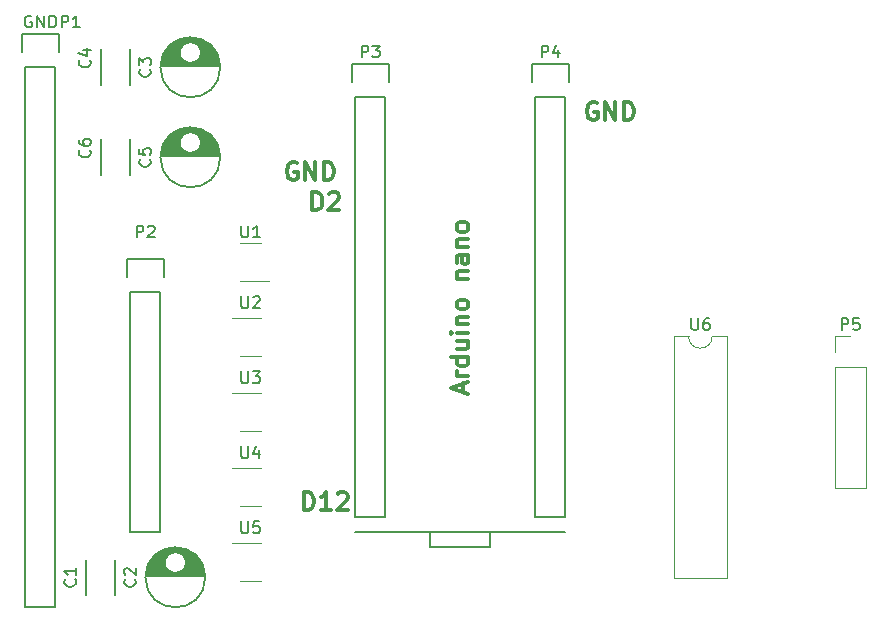
<source format=gto>
G04 #@! TF.FileFunction,Legend,Top*
%FSLAX46Y46*%
G04 Gerber Fmt 4.6, Leading zero omitted, Abs format (unit mm)*
G04 Created by KiCad (PCBNEW 4.0.7-e2-6376~61~ubuntu18.04.1) date Thu Feb 13 23:54:19 2020*
%MOMM*%
%LPD*%
G01*
G04 APERTURE LIST*
%ADD10C,0.100000*%
%ADD11C,0.200000*%
%ADD12C,0.300000*%
%ADD13C,0.150000*%
%ADD14C,0.120000*%
G04 APERTURE END LIST*
D10*
D11*
X157480000Y-139700000D02*
X157480000Y-138430000D01*
X152400000Y-139700000D02*
X157480000Y-139700000D01*
X152400000Y-138430000D02*
X152400000Y-139700000D01*
X163830000Y-138430000D02*
X154940000Y-138430000D01*
X146050000Y-138430000D02*
X163830000Y-138430000D01*
D12*
X141688572Y-136568571D02*
X141688572Y-135068571D01*
X142045715Y-135068571D01*
X142260000Y-135140000D01*
X142402858Y-135282857D01*
X142474286Y-135425714D01*
X142545715Y-135711429D01*
X142545715Y-135925714D01*
X142474286Y-136211429D01*
X142402858Y-136354286D01*
X142260000Y-136497143D01*
X142045715Y-136568571D01*
X141688572Y-136568571D01*
X143974286Y-136568571D02*
X143117143Y-136568571D01*
X143545715Y-136568571D02*
X143545715Y-135068571D01*
X143402858Y-135282857D01*
X143260000Y-135425714D01*
X143117143Y-135497143D01*
X144545714Y-135211429D02*
X144617143Y-135140000D01*
X144760000Y-135068571D01*
X145117143Y-135068571D01*
X145260000Y-135140000D01*
X145331429Y-135211429D01*
X145402857Y-135354286D01*
X145402857Y-135497143D01*
X145331429Y-135711429D01*
X144474286Y-136568571D01*
X145402857Y-136568571D01*
X142402858Y-111168571D02*
X142402858Y-109668571D01*
X142760001Y-109668571D01*
X142974286Y-109740000D01*
X143117144Y-109882857D01*
X143188572Y-110025714D01*
X143260001Y-110311429D01*
X143260001Y-110525714D01*
X143188572Y-110811429D01*
X143117144Y-110954286D01*
X142974286Y-111097143D01*
X142760001Y-111168571D01*
X142402858Y-111168571D01*
X143831429Y-109811429D02*
X143902858Y-109740000D01*
X144045715Y-109668571D01*
X144402858Y-109668571D01*
X144545715Y-109740000D01*
X144617144Y-109811429D01*
X144688572Y-109954286D01*
X144688572Y-110097143D01*
X144617144Y-110311429D01*
X143760001Y-111168571D01*
X144688572Y-111168571D01*
X155190000Y-126558572D02*
X155190000Y-125844286D01*
X155618571Y-126701429D02*
X154118571Y-126201429D01*
X155618571Y-125701429D01*
X155618571Y-125201429D02*
X154618571Y-125201429D01*
X154904286Y-125201429D02*
X154761429Y-125130001D01*
X154690000Y-125058572D01*
X154618571Y-124915715D01*
X154618571Y-124772858D01*
X155618571Y-123630001D02*
X154118571Y-123630001D01*
X155547143Y-123630001D02*
X155618571Y-123772858D01*
X155618571Y-124058572D01*
X155547143Y-124201430D01*
X155475714Y-124272858D01*
X155332857Y-124344287D01*
X154904286Y-124344287D01*
X154761429Y-124272858D01*
X154690000Y-124201430D01*
X154618571Y-124058572D01*
X154618571Y-123772858D01*
X154690000Y-123630001D01*
X154618571Y-122272858D02*
X155618571Y-122272858D01*
X154618571Y-122915715D02*
X155404286Y-122915715D01*
X155547143Y-122844287D01*
X155618571Y-122701429D01*
X155618571Y-122487144D01*
X155547143Y-122344287D01*
X155475714Y-122272858D01*
X155618571Y-121558572D02*
X154618571Y-121558572D01*
X154118571Y-121558572D02*
X154190000Y-121630001D01*
X154261429Y-121558572D01*
X154190000Y-121487144D01*
X154118571Y-121558572D01*
X154261429Y-121558572D01*
X154618571Y-120844286D02*
X155618571Y-120844286D01*
X154761429Y-120844286D02*
X154690000Y-120772858D01*
X154618571Y-120630000D01*
X154618571Y-120415715D01*
X154690000Y-120272858D01*
X154832857Y-120201429D01*
X155618571Y-120201429D01*
X155618571Y-119272857D02*
X155547143Y-119415715D01*
X155475714Y-119487143D01*
X155332857Y-119558572D01*
X154904286Y-119558572D01*
X154761429Y-119487143D01*
X154690000Y-119415715D01*
X154618571Y-119272857D01*
X154618571Y-119058572D01*
X154690000Y-118915715D01*
X154761429Y-118844286D01*
X154904286Y-118772857D01*
X155332857Y-118772857D01*
X155475714Y-118844286D01*
X155547143Y-118915715D01*
X155618571Y-119058572D01*
X155618571Y-119272857D01*
X154618571Y-116987143D02*
X155618571Y-116987143D01*
X154761429Y-116987143D02*
X154690000Y-116915715D01*
X154618571Y-116772857D01*
X154618571Y-116558572D01*
X154690000Y-116415715D01*
X154832857Y-116344286D01*
X155618571Y-116344286D01*
X155618571Y-114987143D02*
X154832857Y-114987143D01*
X154690000Y-115058572D01*
X154618571Y-115201429D01*
X154618571Y-115487143D01*
X154690000Y-115630000D01*
X155547143Y-114987143D02*
X155618571Y-115130000D01*
X155618571Y-115487143D01*
X155547143Y-115630000D01*
X155404286Y-115701429D01*
X155261429Y-115701429D01*
X155118571Y-115630000D01*
X155047143Y-115487143D01*
X155047143Y-115130000D01*
X154975714Y-114987143D01*
X154618571Y-114272857D02*
X155618571Y-114272857D01*
X154761429Y-114272857D02*
X154690000Y-114201429D01*
X154618571Y-114058571D01*
X154618571Y-113844286D01*
X154690000Y-113701429D01*
X154832857Y-113630000D01*
X155618571Y-113630000D01*
X155618571Y-112701428D02*
X155547143Y-112844286D01*
X155475714Y-112915714D01*
X155332857Y-112987143D01*
X154904286Y-112987143D01*
X154761429Y-112915714D01*
X154690000Y-112844286D01*
X154618571Y-112701428D01*
X154618571Y-112487143D01*
X154690000Y-112344286D01*
X154761429Y-112272857D01*
X154904286Y-112201428D01*
X155332857Y-112201428D01*
X155475714Y-112272857D01*
X155547143Y-112344286D01*
X155618571Y-112487143D01*
X155618571Y-112701428D01*
X141097143Y-107200000D02*
X140954286Y-107128571D01*
X140740000Y-107128571D01*
X140525715Y-107200000D01*
X140382857Y-107342857D01*
X140311429Y-107485714D01*
X140240000Y-107771429D01*
X140240000Y-107985714D01*
X140311429Y-108271429D01*
X140382857Y-108414286D01*
X140525715Y-108557143D01*
X140740000Y-108628571D01*
X140882857Y-108628571D01*
X141097143Y-108557143D01*
X141168572Y-108485714D01*
X141168572Y-107985714D01*
X140882857Y-107985714D01*
X141811429Y-108628571D02*
X141811429Y-107128571D01*
X142668572Y-108628571D01*
X142668572Y-107128571D01*
X143382858Y-108628571D02*
X143382858Y-107128571D01*
X143740001Y-107128571D01*
X143954286Y-107200000D01*
X144097144Y-107342857D01*
X144168572Y-107485714D01*
X144240001Y-107771429D01*
X144240001Y-107985714D01*
X144168572Y-108271429D01*
X144097144Y-108414286D01*
X143954286Y-108557143D01*
X143740001Y-108628571D01*
X143382858Y-108628571D01*
X166497143Y-102120000D02*
X166354286Y-102048571D01*
X166140000Y-102048571D01*
X165925715Y-102120000D01*
X165782857Y-102262857D01*
X165711429Y-102405714D01*
X165640000Y-102691429D01*
X165640000Y-102905714D01*
X165711429Y-103191429D01*
X165782857Y-103334286D01*
X165925715Y-103477143D01*
X166140000Y-103548571D01*
X166282857Y-103548571D01*
X166497143Y-103477143D01*
X166568572Y-103405714D01*
X166568572Y-102905714D01*
X166282857Y-102905714D01*
X167211429Y-103548571D02*
X167211429Y-102048571D01*
X168068572Y-103548571D01*
X168068572Y-102048571D01*
X168782858Y-103548571D02*
X168782858Y-102048571D01*
X169140001Y-102048571D01*
X169354286Y-102120000D01*
X169497144Y-102262857D01*
X169568572Y-102405714D01*
X169640001Y-102691429D01*
X169640001Y-102905714D01*
X169568572Y-103191429D01*
X169497144Y-103334286D01*
X169354286Y-103477143D01*
X169140001Y-103548571D01*
X168782858Y-103548571D01*
D13*
X123210000Y-143760000D02*
X123210000Y-140760000D01*
X125710000Y-140760000D02*
X125710000Y-143760000D01*
X128311000Y-142185000D02*
X133309000Y-142185000D01*
X128319000Y-142045000D02*
X133301000Y-142045000D01*
X128335000Y-141905000D02*
X130715000Y-141905000D01*
X130905000Y-141905000D02*
X133285000Y-141905000D01*
X128359000Y-141765000D02*
X130320000Y-141765000D01*
X131300000Y-141765000D02*
X133261000Y-141765000D01*
X128392000Y-141625000D02*
X130153000Y-141625000D01*
X131467000Y-141625000D02*
X133228000Y-141625000D01*
X128433000Y-141485000D02*
X130046000Y-141485000D01*
X131574000Y-141485000D02*
X133187000Y-141485000D01*
X128483000Y-141345000D02*
X129975000Y-141345000D01*
X131645000Y-141345000D02*
X133137000Y-141345000D01*
X128544000Y-141205000D02*
X129931000Y-141205000D01*
X131689000Y-141205000D02*
X133076000Y-141205000D01*
X128614000Y-141065000D02*
X129912000Y-141065000D01*
X131708000Y-141065000D02*
X133006000Y-141065000D01*
X128696000Y-140925000D02*
X129914000Y-140925000D01*
X131706000Y-140925000D02*
X132924000Y-140925000D01*
X128791000Y-140785000D02*
X129939000Y-140785000D01*
X131681000Y-140785000D02*
X132829000Y-140785000D01*
X128902000Y-140645000D02*
X129987000Y-140645000D01*
X131633000Y-140645000D02*
X132718000Y-140645000D01*
X129030000Y-140505000D02*
X130065000Y-140505000D01*
X131555000Y-140505000D02*
X132590000Y-140505000D01*
X129179000Y-140365000D02*
X130182000Y-140365000D01*
X131438000Y-140365000D02*
X132441000Y-140365000D01*
X129358000Y-140225000D02*
X130370000Y-140225000D01*
X131250000Y-140225000D02*
X132262000Y-140225000D01*
X129577000Y-140085000D02*
X132043000Y-140085000D01*
X129866000Y-139945000D02*
X131754000Y-139945000D01*
X130338000Y-139805000D02*
X131282000Y-139805000D01*
X131710000Y-141010000D02*
G75*
G03X131710000Y-141010000I-900000J0D01*
G01*
X133347500Y-142260000D02*
G75*
G03X133347500Y-142260000I-2537500J0D01*
G01*
X129581000Y-99005000D02*
X134579000Y-99005000D01*
X129589000Y-98865000D02*
X134571000Y-98865000D01*
X129605000Y-98725000D02*
X131985000Y-98725000D01*
X132175000Y-98725000D02*
X134555000Y-98725000D01*
X129629000Y-98585000D02*
X131590000Y-98585000D01*
X132570000Y-98585000D02*
X134531000Y-98585000D01*
X129662000Y-98445000D02*
X131423000Y-98445000D01*
X132737000Y-98445000D02*
X134498000Y-98445000D01*
X129703000Y-98305000D02*
X131316000Y-98305000D01*
X132844000Y-98305000D02*
X134457000Y-98305000D01*
X129753000Y-98165000D02*
X131245000Y-98165000D01*
X132915000Y-98165000D02*
X134407000Y-98165000D01*
X129814000Y-98025000D02*
X131201000Y-98025000D01*
X132959000Y-98025000D02*
X134346000Y-98025000D01*
X129884000Y-97885000D02*
X131182000Y-97885000D01*
X132978000Y-97885000D02*
X134276000Y-97885000D01*
X129966000Y-97745000D02*
X131184000Y-97745000D01*
X132976000Y-97745000D02*
X134194000Y-97745000D01*
X130061000Y-97605000D02*
X131209000Y-97605000D01*
X132951000Y-97605000D02*
X134099000Y-97605000D01*
X130172000Y-97465000D02*
X131257000Y-97465000D01*
X132903000Y-97465000D02*
X133988000Y-97465000D01*
X130300000Y-97325000D02*
X131335000Y-97325000D01*
X132825000Y-97325000D02*
X133860000Y-97325000D01*
X130449000Y-97185000D02*
X131452000Y-97185000D01*
X132708000Y-97185000D02*
X133711000Y-97185000D01*
X130628000Y-97045000D02*
X131640000Y-97045000D01*
X132520000Y-97045000D02*
X133532000Y-97045000D01*
X130847000Y-96905000D02*
X133313000Y-96905000D01*
X131136000Y-96765000D02*
X133024000Y-96765000D01*
X131608000Y-96625000D02*
X132552000Y-96625000D01*
X132980000Y-97830000D02*
G75*
G03X132980000Y-97830000I-900000J0D01*
G01*
X134617500Y-99080000D02*
G75*
G03X134617500Y-99080000I-2537500J0D01*
G01*
X126980000Y-97540000D02*
X126980000Y-100540000D01*
X124480000Y-100540000D02*
X124480000Y-97540000D01*
X129581000Y-106625000D02*
X134579000Y-106625000D01*
X129589000Y-106485000D02*
X134571000Y-106485000D01*
X129605000Y-106345000D02*
X131985000Y-106345000D01*
X132175000Y-106345000D02*
X134555000Y-106345000D01*
X129629000Y-106205000D02*
X131590000Y-106205000D01*
X132570000Y-106205000D02*
X134531000Y-106205000D01*
X129662000Y-106065000D02*
X131423000Y-106065000D01*
X132737000Y-106065000D02*
X134498000Y-106065000D01*
X129703000Y-105925000D02*
X131316000Y-105925000D01*
X132844000Y-105925000D02*
X134457000Y-105925000D01*
X129753000Y-105785000D02*
X131245000Y-105785000D01*
X132915000Y-105785000D02*
X134407000Y-105785000D01*
X129814000Y-105645000D02*
X131201000Y-105645000D01*
X132959000Y-105645000D02*
X134346000Y-105645000D01*
X129884000Y-105505000D02*
X131182000Y-105505000D01*
X132978000Y-105505000D02*
X134276000Y-105505000D01*
X129966000Y-105365000D02*
X131184000Y-105365000D01*
X132976000Y-105365000D02*
X134194000Y-105365000D01*
X130061000Y-105225000D02*
X131209000Y-105225000D01*
X132951000Y-105225000D02*
X134099000Y-105225000D01*
X130172000Y-105085000D02*
X131257000Y-105085000D01*
X132903000Y-105085000D02*
X133988000Y-105085000D01*
X130300000Y-104945000D02*
X131335000Y-104945000D01*
X132825000Y-104945000D02*
X133860000Y-104945000D01*
X130449000Y-104805000D02*
X131452000Y-104805000D01*
X132708000Y-104805000D02*
X133711000Y-104805000D01*
X130628000Y-104665000D02*
X131640000Y-104665000D01*
X132520000Y-104665000D02*
X133532000Y-104665000D01*
X130847000Y-104525000D02*
X133313000Y-104525000D01*
X131136000Y-104385000D02*
X133024000Y-104385000D01*
X131608000Y-104245000D02*
X132552000Y-104245000D01*
X132980000Y-105450000D02*
G75*
G03X132980000Y-105450000I-900000J0D01*
G01*
X134617500Y-106700000D02*
G75*
G03X134617500Y-106700000I-2537500J0D01*
G01*
X126980000Y-105160000D02*
X126980000Y-108160000D01*
X124480000Y-108160000D02*
X124480000Y-105160000D01*
X118110000Y-99060000D02*
X118110000Y-144780000D01*
X118110000Y-144780000D02*
X120650000Y-144780000D01*
X120650000Y-144780000D02*
X120650000Y-99060000D01*
X117830000Y-96240000D02*
X117830000Y-97790000D01*
X118110000Y-99060000D02*
X120650000Y-99060000D01*
X120930000Y-97790000D02*
X120930000Y-96240000D01*
X120930000Y-96240000D02*
X117830000Y-96240000D01*
X127000000Y-118110000D02*
X127000000Y-138430000D01*
X127000000Y-138430000D02*
X129540000Y-138430000D01*
X129540000Y-138430000D02*
X129540000Y-118110000D01*
X126720000Y-115290000D02*
X126720000Y-116840000D01*
X127000000Y-118110000D02*
X129540000Y-118110000D01*
X129820000Y-116840000D02*
X129820000Y-115290000D01*
X129820000Y-115290000D02*
X126720000Y-115290000D01*
X146050000Y-101600000D02*
X146050000Y-137160000D01*
X146050000Y-137160000D02*
X148590000Y-137160000D01*
X148590000Y-137160000D02*
X148590000Y-101600000D01*
X148870000Y-98780000D02*
X148870000Y-100330000D01*
X148590000Y-101600000D02*
X146050000Y-101600000D01*
X145770000Y-100330000D02*
X145770000Y-98780000D01*
X145770000Y-98780000D02*
X148870000Y-98780000D01*
X161290000Y-101600000D02*
X161290000Y-137160000D01*
X161290000Y-137160000D02*
X163830000Y-137160000D01*
X163830000Y-137160000D02*
X163830000Y-101600000D01*
X164110000Y-98780000D02*
X164110000Y-100330000D01*
X163830000Y-101600000D02*
X161290000Y-101600000D01*
X161010000Y-100330000D02*
X161010000Y-98780000D01*
X161010000Y-98780000D02*
X164110000Y-98780000D01*
D14*
X138060000Y-113960000D02*
X136260000Y-113960000D01*
X136260000Y-117180000D02*
X138710000Y-117180000D01*
X136260000Y-123530000D02*
X138060000Y-123530000D01*
X138060000Y-120310000D02*
X135610000Y-120310000D01*
X136260000Y-129880000D02*
X138060000Y-129880000D01*
X138060000Y-126660000D02*
X135610000Y-126660000D01*
X136260000Y-136230000D02*
X138060000Y-136230000D01*
X138060000Y-133010000D02*
X135610000Y-133010000D01*
X136260000Y-142580000D02*
X138060000Y-142580000D01*
X138060000Y-139360000D02*
X135610000Y-139360000D01*
X176260000Y-121860000D02*
G75*
G02X174260000Y-121860000I-1000000J0D01*
G01*
X174260000Y-121860000D02*
X173010000Y-121860000D01*
X173010000Y-121860000D02*
X173010000Y-142300000D01*
X173010000Y-142300000D02*
X177510000Y-142300000D01*
X177510000Y-142300000D02*
X177510000Y-121860000D01*
X177510000Y-121860000D02*
X176260000Y-121860000D01*
X186630000Y-124460000D02*
X186630000Y-134680000D01*
X186630000Y-134680000D02*
X189290000Y-134680000D01*
X189290000Y-134680000D02*
X189290000Y-124460000D01*
X189290000Y-124460000D02*
X186630000Y-124460000D01*
X186630000Y-123190000D02*
X186630000Y-121860000D01*
X186630000Y-121860000D02*
X187960000Y-121860000D01*
D13*
X122317143Y-142426666D02*
X122364762Y-142474285D01*
X122412381Y-142617142D01*
X122412381Y-142712380D01*
X122364762Y-142855238D01*
X122269524Y-142950476D01*
X122174286Y-142998095D01*
X121983810Y-143045714D01*
X121840952Y-143045714D01*
X121650476Y-142998095D01*
X121555238Y-142950476D01*
X121460000Y-142855238D01*
X121412381Y-142712380D01*
X121412381Y-142617142D01*
X121460000Y-142474285D01*
X121507619Y-142426666D01*
X122412381Y-141474285D02*
X122412381Y-142045714D01*
X122412381Y-141760000D02*
X121412381Y-141760000D01*
X121555238Y-141855238D01*
X121650476Y-141950476D01*
X121698095Y-142045714D01*
X127367143Y-142426666D02*
X127414762Y-142474285D01*
X127462381Y-142617142D01*
X127462381Y-142712380D01*
X127414762Y-142855238D01*
X127319524Y-142950476D01*
X127224286Y-142998095D01*
X127033810Y-143045714D01*
X126890952Y-143045714D01*
X126700476Y-142998095D01*
X126605238Y-142950476D01*
X126510000Y-142855238D01*
X126462381Y-142712380D01*
X126462381Y-142617142D01*
X126510000Y-142474285D01*
X126557619Y-142426666D01*
X126557619Y-142045714D02*
X126510000Y-141998095D01*
X126462381Y-141902857D01*
X126462381Y-141664761D01*
X126510000Y-141569523D01*
X126557619Y-141521904D01*
X126652857Y-141474285D01*
X126748095Y-141474285D01*
X126890952Y-141521904D01*
X127462381Y-142093333D01*
X127462381Y-141474285D01*
X128637143Y-99246666D02*
X128684762Y-99294285D01*
X128732381Y-99437142D01*
X128732381Y-99532380D01*
X128684762Y-99675238D01*
X128589524Y-99770476D01*
X128494286Y-99818095D01*
X128303810Y-99865714D01*
X128160952Y-99865714D01*
X127970476Y-99818095D01*
X127875238Y-99770476D01*
X127780000Y-99675238D01*
X127732381Y-99532380D01*
X127732381Y-99437142D01*
X127780000Y-99294285D01*
X127827619Y-99246666D01*
X127732381Y-98913333D02*
X127732381Y-98294285D01*
X128113333Y-98627619D01*
X128113333Y-98484761D01*
X128160952Y-98389523D01*
X128208571Y-98341904D01*
X128303810Y-98294285D01*
X128541905Y-98294285D01*
X128637143Y-98341904D01*
X128684762Y-98389523D01*
X128732381Y-98484761D01*
X128732381Y-98770476D01*
X128684762Y-98865714D01*
X128637143Y-98913333D01*
X123547143Y-98464666D02*
X123594762Y-98512285D01*
X123642381Y-98655142D01*
X123642381Y-98750380D01*
X123594762Y-98893238D01*
X123499524Y-98988476D01*
X123404286Y-99036095D01*
X123213810Y-99083714D01*
X123070952Y-99083714D01*
X122880476Y-99036095D01*
X122785238Y-98988476D01*
X122690000Y-98893238D01*
X122642381Y-98750380D01*
X122642381Y-98655142D01*
X122690000Y-98512285D01*
X122737619Y-98464666D01*
X122975714Y-97607523D02*
X123642381Y-97607523D01*
X122594762Y-97845619D02*
X123309048Y-98083714D01*
X123309048Y-97464666D01*
X128637143Y-106866666D02*
X128684762Y-106914285D01*
X128732381Y-107057142D01*
X128732381Y-107152380D01*
X128684762Y-107295238D01*
X128589524Y-107390476D01*
X128494286Y-107438095D01*
X128303810Y-107485714D01*
X128160952Y-107485714D01*
X127970476Y-107438095D01*
X127875238Y-107390476D01*
X127780000Y-107295238D01*
X127732381Y-107152380D01*
X127732381Y-107057142D01*
X127780000Y-106914285D01*
X127827619Y-106866666D01*
X127732381Y-105961904D02*
X127732381Y-106438095D01*
X128208571Y-106485714D01*
X128160952Y-106438095D01*
X128113333Y-106342857D01*
X128113333Y-106104761D01*
X128160952Y-106009523D01*
X128208571Y-105961904D01*
X128303810Y-105914285D01*
X128541905Y-105914285D01*
X128637143Y-105961904D01*
X128684762Y-106009523D01*
X128732381Y-106104761D01*
X128732381Y-106342857D01*
X128684762Y-106438095D01*
X128637143Y-106485714D01*
X123547143Y-106084666D02*
X123594762Y-106132285D01*
X123642381Y-106275142D01*
X123642381Y-106370380D01*
X123594762Y-106513238D01*
X123499524Y-106608476D01*
X123404286Y-106656095D01*
X123213810Y-106703714D01*
X123070952Y-106703714D01*
X122880476Y-106656095D01*
X122785238Y-106608476D01*
X122690000Y-106513238D01*
X122642381Y-106370380D01*
X122642381Y-106275142D01*
X122690000Y-106132285D01*
X122737619Y-106084666D01*
X122642381Y-105227523D02*
X122642381Y-105418000D01*
X122690000Y-105513238D01*
X122737619Y-105560857D01*
X122880476Y-105656095D01*
X123070952Y-105703714D01*
X123451905Y-105703714D01*
X123547143Y-105656095D01*
X123594762Y-105608476D01*
X123642381Y-105513238D01*
X123642381Y-105322761D01*
X123594762Y-105227523D01*
X123547143Y-105179904D01*
X123451905Y-105132285D01*
X123213810Y-105132285D01*
X123118571Y-105179904D01*
X123070952Y-105227523D01*
X123023333Y-105322761D01*
X123023333Y-105513238D01*
X123070952Y-105608476D01*
X123118571Y-105656095D01*
X123213810Y-105703714D01*
X121181905Y-95702381D02*
X121181905Y-94702381D01*
X121562858Y-94702381D01*
X121658096Y-94750000D01*
X121705715Y-94797619D01*
X121753334Y-94892857D01*
X121753334Y-95035714D01*
X121705715Y-95130952D01*
X121658096Y-95178571D01*
X121562858Y-95226190D01*
X121181905Y-95226190D01*
X122705715Y-95702381D02*
X122134286Y-95702381D01*
X122420000Y-95702381D02*
X122420000Y-94702381D01*
X122324762Y-94845238D01*
X122229524Y-94940476D01*
X122134286Y-94988095D01*
X118618096Y-94750000D02*
X118522858Y-94702381D01*
X118380001Y-94702381D01*
X118237143Y-94750000D01*
X118141905Y-94845238D01*
X118094286Y-94940476D01*
X118046667Y-95130952D01*
X118046667Y-95273810D01*
X118094286Y-95464286D01*
X118141905Y-95559524D01*
X118237143Y-95654762D01*
X118380001Y-95702381D01*
X118475239Y-95702381D01*
X118618096Y-95654762D01*
X118665715Y-95607143D01*
X118665715Y-95273810D01*
X118475239Y-95273810D01*
X119094286Y-95702381D02*
X119094286Y-94702381D01*
X119665715Y-95702381D01*
X119665715Y-94702381D01*
X120141905Y-95702381D02*
X120141905Y-94702381D01*
X120380000Y-94702381D01*
X120522858Y-94750000D01*
X120618096Y-94845238D01*
X120665715Y-94940476D01*
X120713334Y-95130952D01*
X120713334Y-95273810D01*
X120665715Y-95464286D01*
X120618096Y-95559524D01*
X120522858Y-95654762D01*
X120380000Y-95702381D01*
X120141905Y-95702381D01*
X127531905Y-113482381D02*
X127531905Y-112482381D01*
X127912858Y-112482381D01*
X128008096Y-112530000D01*
X128055715Y-112577619D01*
X128103334Y-112672857D01*
X128103334Y-112815714D01*
X128055715Y-112910952D01*
X128008096Y-112958571D01*
X127912858Y-113006190D01*
X127531905Y-113006190D01*
X128484286Y-112577619D02*
X128531905Y-112530000D01*
X128627143Y-112482381D01*
X128865239Y-112482381D01*
X128960477Y-112530000D01*
X129008096Y-112577619D01*
X129055715Y-112672857D01*
X129055715Y-112768095D01*
X129008096Y-112910952D01*
X128436667Y-113482381D01*
X129055715Y-113482381D01*
X146581905Y-98242381D02*
X146581905Y-97242381D01*
X146962858Y-97242381D01*
X147058096Y-97290000D01*
X147105715Y-97337619D01*
X147153334Y-97432857D01*
X147153334Y-97575714D01*
X147105715Y-97670952D01*
X147058096Y-97718571D01*
X146962858Y-97766190D01*
X146581905Y-97766190D01*
X147486667Y-97242381D02*
X148105715Y-97242381D01*
X147772381Y-97623333D01*
X147915239Y-97623333D01*
X148010477Y-97670952D01*
X148058096Y-97718571D01*
X148105715Y-97813810D01*
X148105715Y-98051905D01*
X148058096Y-98147143D01*
X148010477Y-98194762D01*
X147915239Y-98242381D01*
X147629524Y-98242381D01*
X147534286Y-98194762D01*
X147486667Y-98147143D01*
X161821905Y-98242381D02*
X161821905Y-97242381D01*
X162202858Y-97242381D01*
X162298096Y-97290000D01*
X162345715Y-97337619D01*
X162393334Y-97432857D01*
X162393334Y-97575714D01*
X162345715Y-97670952D01*
X162298096Y-97718571D01*
X162202858Y-97766190D01*
X161821905Y-97766190D01*
X163250477Y-97575714D02*
X163250477Y-98242381D01*
X163012381Y-97194762D02*
X162774286Y-97909048D01*
X163393334Y-97909048D01*
X136398095Y-112482381D02*
X136398095Y-113291905D01*
X136445714Y-113387143D01*
X136493333Y-113434762D01*
X136588571Y-113482381D01*
X136779048Y-113482381D01*
X136874286Y-113434762D01*
X136921905Y-113387143D01*
X136969524Y-113291905D01*
X136969524Y-112482381D01*
X137969524Y-113482381D02*
X137398095Y-113482381D01*
X137683809Y-113482381D02*
X137683809Y-112482381D01*
X137588571Y-112625238D01*
X137493333Y-112720476D01*
X137398095Y-112768095D01*
X136398095Y-118472381D02*
X136398095Y-119281905D01*
X136445714Y-119377143D01*
X136493333Y-119424762D01*
X136588571Y-119472381D01*
X136779048Y-119472381D01*
X136874286Y-119424762D01*
X136921905Y-119377143D01*
X136969524Y-119281905D01*
X136969524Y-118472381D01*
X137398095Y-118567619D02*
X137445714Y-118520000D01*
X137540952Y-118472381D01*
X137779048Y-118472381D01*
X137874286Y-118520000D01*
X137921905Y-118567619D01*
X137969524Y-118662857D01*
X137969524Y-118758095D01*
X137921905Y-118900952D01*
X137350476Y-119472381D01*
X137969524Y-119472381D01*
X136398095Y-124822381D02*
X136398095Y-125631905D01*
X136445714Y-125727143D01*
X136493333Y-125774762D01*
X136588571Y-125822381D01*
X136779048Y-125822381D01*
X136874286Y-125774762D01*
X136921905Y-125727143D01*
X136969524Y-125631905D01*
X136969524Y-124822381D01*
X137350476Y-124822381D02*
X137969524Y-124822381D01*
X137636190Y-125203333D01*
X137779048Y-125203333D01*
X137874286Y-125250952D01*
X137921905Y-125298571D01*
X137969524Y-125393810D01*
X137969524Y-125631905D01*
X137921905Y-125727143D01*
X137874286Y-125774762D01*
X137779048Y-125822381D01*
X137493333Y-125822381D01*
X137398095Y-125774762D01*
X137350476Y-125727143D01*
X136398095Y-131172381D02*
X136398095Y-131981905D01*
X136445714Y-132077143D01*
X136493333Y-132124762D01*
X136588571Y-132172381D01*
X136779048Y-132172381D01*
X136874286Y-132124762D01*
X136921905Y-132077143D01*
X136969524Y-131981905D01*
X136969524Y-131172381D01*
X137874286Y-131505714D02*
X137874286Y-132172381D01*
X137636190Y-131124762D02*
X137398095Y-131839048D01*
X138017143Y-131839048D01*
X136398095Y-137522381D02*
X136398095Y-138331905D01*
X136445714Y-138427143D01*
X136493333Y-138474762D01*
X136588571Y-138522381D01*
X136779048Y-138522381D01*
X136874286Y-138474762D01*
X136921905Y-138427143D01*
X136969524Y-138331905D01*
X136969524Y-137522381D01*
X137921905Y-137522381D02*
X137445714Y-137522381D01*
X137398095Y-137998571D01*
X137445714Y-137950952D01*
X137540952Y-137903333D01*
X137779048Y-137903333D01*
X137874286Y-137950952D01*
X137921905Y-137998571D01*
X137969524Y-138093810D01*
X137969524Y-138331905D01*
X137921905Y-138427143D01*
X137874286Y-138474762D01*
X137779048Y-138522381D01*
X137540952Y-138522381D01*
X137445714Y-138474762D01*
X137398095Y-138427143D01*
X174498095Y-120312381D02*
X174498095Y-121121905D01*
X174545714Y-121217143D01*
X174593333Y-121264762D01*
X174688571Y-121312381D01*
X174879048Y-121312381D01*
X174974286Y-121264762D01*
X175021905Y-121217143D01*
X175069524Y-121121905D01*
X175069524Y-120312381D01*
X175974286Y-120312381D02*
X175783809Y-120312381D01*
X175688571Y-120360000D01*
X175640952Y-120407619D01*
X175545714Y-120550476D01*
X175498095Y-120740952D01*
X175498095Y-121121905D01*
X175545714Y-121217143D01*
X175593333Y-121264762D01*
X175688571Y-121312381D01*
X175879048Y-121312381D01*
X175974286Y-121264762D01*
X176021905Y-121217143D01*
X176069524Y-121121905D01*
X176069524Y-120883810D01*
X176021905Y-120788571D01*
X175974286Y-120740952D01*
X175879048Y-120693333D01*
X175688571Y-120693333D01*
X175593333Y-120740952D01*
X175545714Y-120788571D01*
X175498095Y-120883810D01*
X187221905Y-121312381D02*
X187221905Y-120312381D01*
X187602858Y-120312381D01*
X187698096Y-120360000D01*
X187745715Y-120407619D01*
X187793334Y-120502857D01*
X187793334Y-120645714D01*
X187745715Y-120740952D01*
X187698096Y-120788571D01*
X187602858Y-120836190D01*
X187221905Y-120836190D01*
X188698096Y-120312381D02*
X188221905Y-120312381D01*
X188174286Y-120788571D01*
X188221905Y-120740952D01*
X188317143Y-120693333D01*
X188555239Y-120693333D01*
X188650477Y-120740952D01*
X188698096Y-120788571D01*
X188745715Y-120883810D01*
X188745715Y-121121905D01*
X188698096Y-121217143D01*
X188650477Y-121264762D01*
X188555239Y-121312381D01*
X188317143Y-121312381D01*
X188221905Y-121264762D01*
X188174286Y-121217143D01*
M02*

</source>
